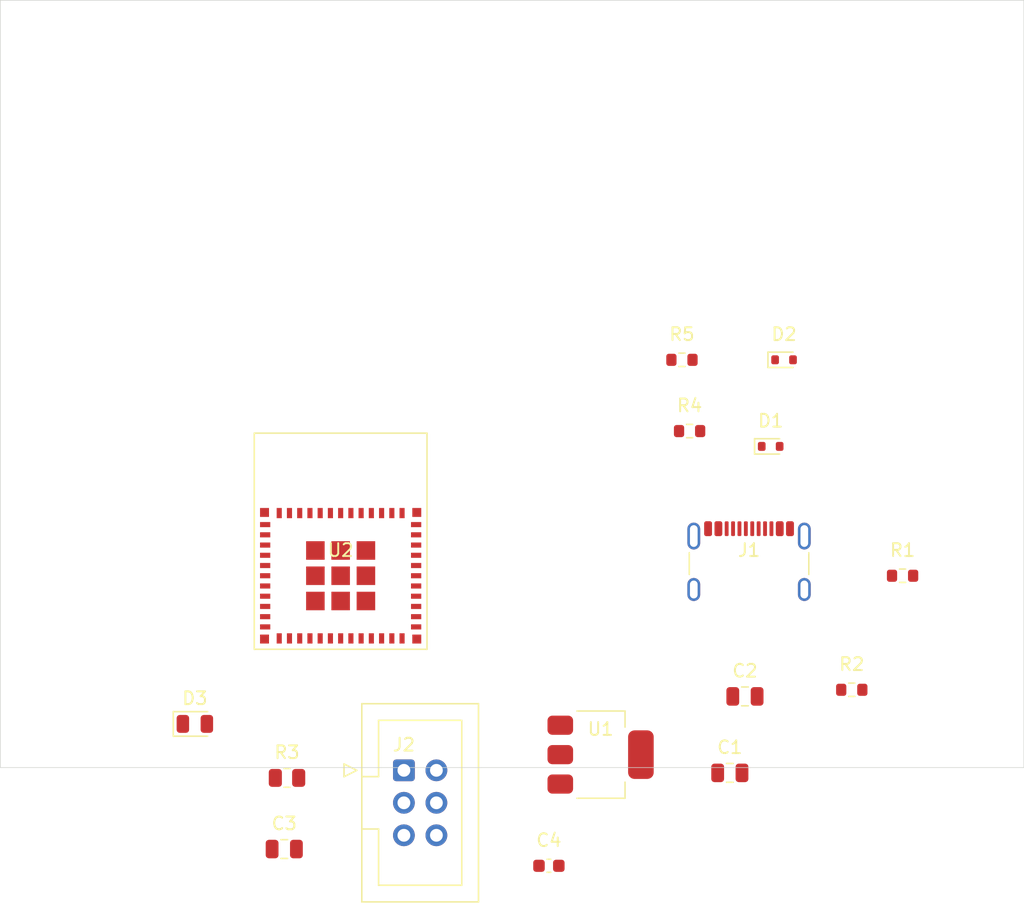
<source format=kicad_pcb>
(kicad_pcb (version 20241229) (generator "pcbnew") (generator_version "9.0")
  (layers (0 "F.Cu" signal) (2 "B.Cu" signal) (13 "F.Paste" user) (15 "B.Paste" user) (5 "F.SilkS" user "F.Silkscreen") (7 "B.SilkS" user "B.Silkscreen") (1 "F.Mask" user) (3 "B.Mask" user) (25 "Edge.Cuts" user))
  (net 0 "")
  (net 1 "GND")
  (net 2 "VBUS")
  (net 3 "N$1")
  (net 4 "N$2")
  (net 5 "USB_DM")
  (net 6 "USB_DP")
  (net 7 "VCC_3V3")
  (net 8 "DEBUG_EN")
  (net 9 "DEBUG_IO0")
  (net 10 "LED_CONTROL")
  (net 11 "DEBUG_TX")
  (net 12 "DEBUG_RX")
  (net 13 "USB_DP_MCU")
  (net 14 "USB_DM_MCU")
  (net 15 "N$3")
  (footprint "Package_TO_SOT_SMD:SOT-223-3_TabPin2" (layer "F.Cu") (at 46.917657912972686 58.99003932596955)
    (property "Reference" "U1" (at 0 -2 0) (layer "F.SilkS") (effects (font (size 1.0 1.0))))
    (property "Value" "")
    (fp_line (start -1.85 -3.41) (end 1.91 -3.41) (stroke (width 0.12)) (layer "F.SilkS"))
    (fp_line (start -1.85 3.41) (end 1.91 3.41) (stroke (width 0.12)) (layer "F.SilkS"))
    (fp_line (start 1.91 -3.41) (end 1.91 -2.15) (stroke (width 0.12)) (layer "F.SilkS"))
    (fp_line (start 1.91 3.41) (end 1.91 2.15) (stroke (width 0.12)) (layer "F.SilkS"))
    (pad "1" smd roundrect (at -3.15 -2.3) (size 2.0 1.5) (layers "F.Cu" "F.Mask" "F.Paste") (net 1 "GND"))
    (pad "2" smd roundrect (at -3.15 0.0) (size 2.0 1.5) (layers "F.Cu" "F.Mask" "F.Paste") (net 7 "VCC_3V3"))
    (pad "2" smd roundrect (at 3.15 0.0) (size 2.0 3.8) (layers "F.Cu" "F.Mask" "F.Paste") (net 7 "VCC_3V3"))
    (pad "3" smd roundrect (at -3.15 2.3) (size 2.0 1.5) (layers "F.Cu" "F.Mask" "F.Paste") (net 2 "VBUS"))
  )
  (footprint "Capacitor_SMD:C_0805_2012Metric" (layer "F.Cu") (at 58.20010170234195 54.43543952143958)
    (property "Reference" "C2" (at 0 -2 0) (layer "F.SilkS") (effects (font (size 1.0 1.0))))
    (property "Value" "10uF")
    (fp_line (start -0.261252 -0.735) (end 0.261252 -0.735) (stroke (width 0.12)) (layer "F.SilkS"))
    (fp_line (start -0.261252 0.735) (end 0.261252 0.735) (stroke (width 0.12)) (layer "F.SilkS"))
    (pad "1" smd roundrect (at -0.95 0.0) (size 1.0 1.45) (layers "F.Cu" "F.Mask" "F.Paste") (net 2 "VBUS"))
    (pad "2" smd roundrect (at 0.95 0.0) (size 1.0 1.45) (layers "F.Cu" "F.Mask" "F.Paste") (net 1 "GND"))
  )
  (footprint "Capacitor_SMD:C_0805_2012Metric" (layer "F.Cu") (at 22.19237515084938 66.3733690427256)
    (property "Reference" "C3" (at 0 -2 0) (layer "F.SilkS") (effects (font (size 1.0 1.0))))
    (property "Value" "22uF")
    (fp_line (start -0.261252 -0.735) (end 0.261252 -0.735) (stroke (width 0.12)) (layer "F.SilkS"))
    (fp_line (start -0.261252 0.735) (end 0.261252 0.735) (stroke (width 0.12)) (layer "F.SilkS"))
    (pad "1" smd roundrect (at -0.95 0.0) (size 1.0 1.45) (layers "F.Cu" "F.Mask" "F.Paste") (net 7 "VCC_3V3"))
    (pad "2" smd roundrect (at 0.95 0.0) (size 1.0 1.45) (layers "F.Cu" "F.Mask" "F.Paste") (net 1 "GND"))
  )
  (footprint "RF_Module:ESP32-C6-MINI-1" (layer "F.Cu") (at 26.599999999999998 45.0)
    (property "Reference" "U2" (at 0 -2 0) (layer "F.SilkS") (effects (font (size 1.0 1.0))))
    (property "Value" "")
    (fp_line (start -6.75 -11.15) (end 6.75 -11.15) (stroke (width 0.12)) (layer "F.SilkS"))
    (fp_line (start -6.75 5.75) (end -6.75 -11.15) (stroke (width 0.12)) (layer "F.SilkS"))
    (fp_line (start 6.75 -11.15) (end 6.75 5.75) (stroke (width 0.12)) (layer "F.SilkS"))
    (fp_line (start 6.75 5.75) (end -6.75 5.75) (stroke (width 0.12)) (layer "F.SilkS"))
    (pad "1" smd rect (at -5.9 -4.0) (size 0.8 0.4) (layers "F.Cu" "F.Mask" "F.Paste") (net 1 "GND"))
    (pad "2" smd rect (at -5.9 -3.2) (size 0.8 0.4) (layers "F.Cu" "F.Mask" "F.Paste") (net 1 "GND"))
    (pad "3" smd rect (at -5.9 -2.4) (size 0.8 0.4) (layers "F.Cu" "F.Mask" "F.Paste") (net 7 "VCC_3V3"))
    (pad "4" smd rect (at -5.9 -1.6) (size 0.8 0.4) (layers "F.Cu" "F.Mask" "F.Paste"))
    (pad "5" smd rect (at -5.9 -0.8) (size 0.8 0.4) (layers "F.Cu" "F.Mask" "F.Paste"))
    (pad "6" smd rect (at -5.9 0.0) (size 0.8 0.4) (layers "F.Cu" "F.Mask" "F.Paste"))
    (pad "7" smd rect (at -5.9 0.8) (size 0.8 0.4) (layers "F.Cu" "F.Mask" "F.Paste"))
    (pad "8" smd rect (at -5.9 1.6) (size 0.8 0.4) (layers "F.Cu" "F.Mask" "F.Paste") (net 8 "DEBUG_EN"))
    (pad "9" smd rect (at -5.9 2.4) (size 0.8 0.4) (layers "F.Cu" "F.Mask" "F.Paste"))
    (pad "10" smd rect (at -5.9 3.2) (size 0.8 0.4) (layers "F.Cu" "F.Mask" "F.Paste"))
    (pad "11" smd rect (at -5.9 4.0) (size 0.8 0.4) (layers "F.Cu" "F.Mask" "F.Paste") (net 1 "GND"))
    (pad "12" smd rect (at -4.8 4.9) (size 0.4 0.8) (layers "F.Cu" "F.Mask" "F.Paste") (net 9 "DEBUG_IO0"))
    (pad "13" smd rect (at -4.0 4.9) (size 0.4 0.8) (layers "F.Cu" "F.Mask" "F.Paste"))
    (pad "14" smd rect (at -3.2 4.9) (size 0.4 0.8) (layers "F.Cu" "F.Mask" "F.Paste") (net 1 "GND"))
    (pad "15" smd rect (at -2.4 4.9) (size 0.4 0.8) (layers "F.Cu" "F.Mask" "F.Paste"))
    (pad "16" smd rect (at -1.6 4.9) (size 0.4 0.8) (layers "F.Cu" "F.Mask" "F.Paste"))
    (pad "17" smd rect (at -0.8 4.9) (size 0.4 0.8) (layers "F.Cu" "F.Mask" "F.Paste"))
    (pad "18" smd rect (at 0.0 4.9) (size 0.4 0.8) (layers "F.Cu" "F.Mask" "F.Paste"))
    (pad "19" smd rect (at 0.8 4.9) (size 0.4 0.8) (layers "F.Cu" "F.Mask" "F.Paste"))
    (pad "20" smd rect (at 1.6 4.9) (size 0.4 0.8) (layers "F.Cu" "F.Mask" "F.Paste"))
    (pad "21" smd rect (at 2.4 4.9) (size 0.4 0.8) (layers "F.Cu" "F.Mask" "F.Paste"))
    (pad "22" smd rect (at 3.2 4.9) (size 0.4 0.8) (layers "F.Cu" "F.Mask" "F.Paste") (net 10 "LED_CONTROL"))
    (pad "23" smd rect (at 4.0 4.9) (size 0.4 0.8) (layers "F.Cu" "F.Mask" "F.Paste"))
    (pad "24" smd rect (at 4.8 4.9) (size 0.4 0.8) (layers "F.Cu" "F.Mask" "F.Paste") (net 13 "USB_DP_MCU"))
    (pad "25" smd rect (at 5.9 4.0) (size 0.8 0.4) (layers "F.Cu" "F.Mask" "F.Paste") (net 14 "USB_DM_MCU"))
    (pad "26" smd rect (at 5.9 3.2) (size 0.8 0.4) (layers "F.Cu" "F.Mask" "F.Paste"))
    (pad "27" smd rect (at 5.9 2.4) (size 0.8 0.4) (layers "F.Cu" "F.Mask" "F.Paste"))
    (pad "28" smd rect (at 5.9 1.6) (size 0.8 0.4) (layers "F.Cu" "F.Mask" "F.Paste"))
    (pad "29" smd rect (at 5.9 0.8) (size 0.8 0.4) (layers "F.Cu" "F.Mask" "F.Paste"))
    (pad "30" smd rect (at 5.9 0.0) (size 0.8 0.4) (layers "F.Cu" "F.Mask" "F.Paste") (net 12 "DEBUG_RX"))
    (pad "31" smd rect (at 5.9 -0.8) (size 0.8 0.4) (layers "F.Cu" "F.Mask" "F.Paste") (net 11 "DEBUG_TX"))
    (pad "32" smd rect (at 5.9 -1.6) (size 0.8 0.4) (layers "F.Cu" "F.Mask" "F.Paste"))
    (pad "33" smd rect (at 5.9 -2.4) (size 0.8 0.4) (layers "F.Cu" "F.Mask" "F.Paste"))
    (pad "34" smd rect (at 5.9 -3.2) (size 0.8 0.4) (layers "F.Cu" "F.Mask" "F.Paste"))
    (pad "35" smd rect (at 5.9 -4.0) (size 0.8 0.4) (layers "F.Cu" "F.Mask" "F.Paste"))
    (pad "36" smd rect (at 4.8 -4.9) (size 0.4 0.8) (layers "F.Cu" "F.Mask" "F.Paste") (net 1 "GND"))
    (pad "37" smd rect (at 4.0 -4.9) (size 0.4 0.8) (layers "F.Cu" "F.Mask" "F.Paste") (net 1 "GND"))
    (pad "38" smd rect (at 3.2 -4.9) (size 0.4 0.8) (layers "F.Cu" "F.Mask" "F.Paste") (net 1 "GND"))
    (pad "39" smd rect (at 2.4 -4.9) (size 0.4 0.8) (layers "F.Cu" "F.Mask" "F.Paste") (net 1 "GND"))
    (pad "40" smd rect (at 1.6 -4.9) (size 0.4 0.8) (layers "F.Cu" "F.Mask" "F.Paste") (net 1 "GND"))
    (pad "41" smd rect (at 0.8 -4.9) (size 0.4 0.8) (layers "F.Cu" "F.Mask" "F.Paste") (net 1 "GND"))
    (pad "42" smd rect (at 0.0 -4.9) (size 0.4 0.8) (layers "F.Cu" "F.Mask" "F.Paste") (net 1 "GND"))
    (pad "43" smd rect (at -0.8 -4.9) (size 0.4 0.8) (layers "F.Cu" "F.Mask" "F.Paste") (net 1 "GND"))
    (pad "44" smd rect (at -1.6 -4.9) (size 0.4 0.8) (layers "F.Cu" "F.Mask" "F.Paste") (net 1 "GND"))
    (pad "45" smd rect (at -2.4 -4.9) (size 0.4 0.8) (layers "F.Cu" "F.Mask" "F.Paste") (net 1 "GND"))
    (pad "46" smd rect (at -3.2 -4.9) (size 0.4 0.8) (layers "F.Cu" "F.Mask" "F.Paste") (net 1 "GND"))
    (pad "47" smd rect (at -4.0 -4.9) (size 0.4 0.8) (layers "F.Cu" "F.Mask" "F.Paste") (net 1 "GND"))
    (pad "48" smd rect (at -4.8 -4.9) (size 0.4 0.8) (layers "F.Cu" "F.Mask" "F.Paste") (net 1 "GND"))
    (pad "49" smd roundrect (at -1.975 -1.975) (size 1.45 1.45) (layers "F.Cu" "F.Mask" "F.Paste") (roundrect_rratio 0.0) (net 1 "GND") (property pad_prop_heatsink))
    (pad "49" smd rect (at -1.975 0.0) (size 1.45 1.45) (layers "F.Cu" "F.Mask" "F.Paste") (net 1 "GND") (property pad_prop_heatsink))
    (pad "49" smd rect (at -1.975 1.975) (size 1.45 1.45) (layers "F.Cu" "F.Mask" "F.Paste") (net 1 "GND") (property pad_prop_heatsink))
    (pad "49" smd rect (at 0.0 -1.975) (size 1.45 1.45) (layers "F.Cu" "F.Mask" "F.Paste") (net 1 "GND") (property pad_prop_heatsink))
    (pad "49" smd rect (size 1.45 1.45) (layers "F.Cu" "F.Mask" "F.Paste") (net 1 "GND") (property pad_prop_heatsink))
    (pad "49" smd rect (at 0.0 1.975) (size 1.45 1.45) (layers "F.Cu" "F.Mask" "F.Paste") (net 1 "GND") (property pad_prop_heatsink))
    (pad "49" smd rect (at 1.975 -1.975) (size 1.45 1.45) (layers "F.Cu" "F.Mask" "F.Paste") (net 1 "GND") (property pad_prop_heatsink))
    (pad "49" smd rect (at 1.975 0.0) (size 1.45 1.45) (layers "F.Cu" "F.Mask" "F.Paste") (net 1 "GND") (property pad_prop_heatsink))
    (pad "49" smd rect (at 1.975 1.975) (size 1.45 1.45) (layers "F.Cu" "F.Mask" "F.Paste") (net 1 "GND") (property pad_prop_heatsink))
    (pad "50" smd rect (at 5.95 -4.95) (size 0.7 0.7) (layers "F.Cu" "F.Mask" "F.Paste") (net 1 "GND"))
    (pad "51" smd rect (at 5.95 4.95) (size 0.7 0.7) (layers "F.Cu" "F.Mask" "F.Paste") (net 1 "GND"))
    (pad "52" smd rect (at -5.95 4.95) (size 0.7 0.7) (layers "F.Cu" "F.Mask" "F.Paste") (net 1 "GND"))
    (pad "53" smd rect (at -5.95 -4.95) (size 0.7 0.7) (layers "F.Cu" "F.Mask" "F.Paste") (net 1 "GND"))
  )
  (footprint "Capacitor_SMD:C_0603_1608Metric" (layer "F.Cu") (at 42.87654872950142 67.68263060453839)
    (property "Reference" "C4" (at 0 -2 0) (layer "F.SilkS") (effects (font (size 1.0 1.0))))
    (property "Value" "100nF")
    (fp_line (start -0.14058 -0.51) (end 0.14058 -0.51) (stroke (width 0.12)) (layer "F.SilkS"))
    (fp_line (start -0.14058 0.51) (end 0.14058 0.51) (stroke (width 0.12)) (layer "F.SilkS"))
    (pad "1" smd roundrect (at -0.775 0.0) (size 0.9 0.95) (layers "F.Cu" "F.Mask" "F.Paste") (net 7 "VCC_3V3"))
    (pad "2" smd roundrect (at 0.775 0.0) (size 0.9 0.95) (layers "F.Cu" "F.Mask" "F.Paste") (net 1 "GND"))
  )
  (footprint "Resistor_SMD:R_0603_1608Metric" (layer "F.Cu") (at 53.873708498984755 33.68629150101523)
    (property "Reference" "R4" (at 0 -2 0) (layer "F.SilkS") (effects (font (size 1.0 1.0))))
    (property "Value" "22")
    (fp_line (start -0.237258 -0.5225) (end 0.237258 -0.5225) (stroke (width 0.12)) (layer "F.SilkS"))
    (fp_line (start -0.237258 0.5225) (end 0.237258 0.5225) (stroke (width 0.12)) (layer "F.SilkS"))
    (pad "1" smd roundrect (at -0.825 0.0) (size 0.8 0.95) (layers "F.Cu" "F.Mask" "F.Paste") (net 6 "USB_DP"))
    (pad "2" smd roundrect (at 0.825 0.0) (size 0.8 0.95) (layers "F.Cu" "F.Mask" "F.Paste") (net 13 "USB_DP_MCU"))
  )
  (footprint "Resistor_SMD:R_0603_1608Metric" (layer "F.Cu") (at 53.276535899579926 28.1134414899597)
    (property "Reference" "R5" (at 0 -2 0) (layer "F.SilkS") (effects (font (size 1.0 1.0))))
    (property "Value" "22")
    (fp_line (start -0.237258 -0.5225) (end 0.237258 -0.5225) (stroke (width 0.12)) (layer "F.SilkS"))
    (fp_line (start -0.237258 0.5225) (end 0.237258 0.5225) (stroke (width 0.12)) (layer "F.SilkS"))
    (pad "1" smd roundrect (at -0.825 0.0) (size 0.8 0.95) (layers "F.Cu" "F.Mask" "F.Paste") (net 5 "USB_DM"))
    (pad "2" smd roundrect (at 0.825 0.0) (size 0.8 0.95) (layers "F.Cu" "F.Mask" "F.Paste") (net 14 "USB_DM_MCU"))
  )
  (footprint "Connector_IDC:IDC-Header_2x03_P2.54mm_Vertical" (layer "F.Cu") (at 31.54427190999916 60.21690426072246)
    (property "Reference" "J2" (at 0 -2 0) (layer "F.SilkS") (effects (font (size 1.0 1.0))))
    (property "Value" "")
    (fp_line (start -4.68 -0.5) (end -4.68 0.5) (stroke (width 0.12)) (layer "F.SilkS"))
    (fp_line (start -4.68 0.5) (end -3.68 0.0) (stroke (width 0.12)) (layer "F.SilkS"))
    (fp_line (start -3.68 0.0) (end -4.68 -0.5) (stroke (width 0.12)) (layer "F.SilkS"))
    (fp_line (start -3.29 -5.21) (end 5.83 -5.21) (stroke (width 0.12)) (layer "F.SilkS"))
    (fp_line (start -3.29 0.49) (end -1.98 0.49) (stroke (width 0.12)) (layer "F.SilkS"))
    (fp_line (start -3.29 10.29) (end -3.29 -5.21) (stroke (width 0.12)) (layer "F.SilkS"))
    (fp_line (start -1.98 -3.91) (end 4.52 -3.91) (stroke (width 0.12)) (layer "F.SilkS"))
    (fp_line (start -1.98 0.49) (end -1.98 -3.91) (stroke (width 0.12)) (layer "F.SilkS"))
    (fp_line (start -1.98 4.59) (end -3.29 4.59) (stroke (width 0.12)) (layer "F.SilkS"))
    (fp_line (start -1.98 4.59) (end -1.98 4.59) (stroke (width 0.12)) (layer "F.SilkS"))
    (fp_line (start -1.98 8.99) (end -1.98 4.59) (stroke (width 0.12)) (layer "F.SilkS"))
    (fp_line (start 4.52 -3.91) (end 4.52 8.99) (stroke (width 0.12)) (layer "F.SilkS"))
    (fp_line (start 4.52 8.99) (end -1.98 8.99) (stroke (width 0.12)) (layer "F.SilkS"))
    (fp_line (start 5.83 -5.21) (end 5.83 10.29) (stroke (width 0.12)) (layer "F.SilkS"))
    (fp_line (start 5.83 10.29) (end -3.29 10.29) (stroke (width 0.12)) (layer "F.SilkS"))
    (pad "1" thru_hole roundrect (size 1.7 1.7) (layers "*.Cu" "*.Mask") (drill 1.0) (roundrect_rratio 0.147059) (net 8 "DEBUG_EN"))
    (pad "2" thru_hole circle (at 2.54 0.0) (size 1.7 1.7) (layers "*.Cu" "*.Mask") (drill 1.0) (net 7 "VCC_3V3"))
    (pad "3" thru_hole circle (at 0.0 2.54) (size 1.7 1.7) (layers "*.Cu" "*.Mask") (drill 1.0) (net 11 "DEBUG_TX"))
    (pad "4" thru_hole circle (at 2.54 2.54) (size 1.7 1.7) (layers "*.Cu" "*.Mask") (drill 1.0) (net 1 "GND"))
    (pad "5" thru_hole circle (at 0.0 5.08) (size 1.7 1.7) (layers "*.Cu" "*.Mask") (drill 1.0) (net 12 "DEBUG_RX"))
    (pad "6" thru_hole circle (at 2.54 5.08) (size 1.7 1.7) (layers "*.Cu" "*.Mask") (drill 1.0) (net 9 "DEBUG_IO0"))
  )
  (footprint "LED_SMD:LED_0805_2012Metric" (layer "F.Cu") (at 15.205774702962529 56.58625563178502)
    (property "Reference" "D3" (at 0 -2 0) (layer "F.SilkS") (effects (font (size 1.0 1.0))))
    (property "Value" "")
    (fp_line (start -1.685 -0.96) (end -1.685 0.96) (stroke (width 0.12)) (layer "F.SilkS"))
    (fp_line (start -1.685 0.96) (end 1.0 0.96) (stroke (width 0.12)) (layer "F.SilkS"))
    (fp_line (start 1.0 -0.96) (end -1.685 -0.96) (stroke (width 0.12)) (layer "F.SilkS"))
    (pad "1" smd roundrect (at -0.9375 0.0) (size 0.975 1.4) (layers "F.Cu" "F.Mask" "F.Paste") (net 10 "LED_CONTROL"))
    (pad "2" smd roundrect (at 0.9375 0.0) (size 0.975 1.4) (layers "F.Cu" "F.Mask" "F.Paste") (net 15 "N$3"))
  )
  (footprint "Resistor_SMD:R_0805_2012Metric" (layer "F.Cu") (at 22.407079123690085 60.810020209876484)
    (property "Reference" "R3" (at 0 -2 0) (layer "F.SilkS") (effects (font (size 1.0 1.0))))
    (property "Value" "330")
    (fp_line (start -0.227064 -0.735) (end 0.227064 -0.735) (stroke (width 0.12)) (layer "F.SilkS"))
    (fp_line (start -0.227064 0.735) (end 0.227064 0.735) (stroke (width 0.12)) (layer "F.SilkS"))
    (pad "1" smd roundrect (at -0.9125 0.0) (size 1.025 1.4) (layers "F.Cu" "F.Mask" "F.Paste") (roundrect_rratio 0.243902) (net 7 "VCC_3V3"))
    (pad "2" smd roundrect (at 0.9125 0.0) (size 1.025 1.4) (layers "F.Cu" "F.Mask" "F.Paste") (roundrect_rratio 0.243902) (net 15 "N$3"))
  )
  (footprint "Connector_USB:USB_C_Receptacle_GCT_USB4105-xx-A_16P_TopMnt_Horizontal" (layer "F.Cu") (at 58.519999999999996 45.0)
    (property "Reference" "J1" (at 0 -2 0) (layer "F.SilkS") (effects (font (size 1.0 1.0))))
    (property "Value" "")
    (fp_line (start -4.67 -0.1) (end -4.67 -1.8) (stroke (width 0.12)) (layer "F.SilkS"))
    (fp_line (start 4.67 -0.1) (end 4.67 -1.8) (stroke (width 0.12)) (layer "F.SilkS"))
    (pad "" np_thru_hole circle (at -2.89 -2.605) (size 0.65 0.65) (layers "F&B.Cu" "*.Mask") (drill 0.65))
    (pad "" np_thru_hole circle (at 2.89 -2.605) (size 0.65 0.65) (layers "F&B.Cu" "*.Mask") (drill 0.65))
    (pad "A1" smd roundrect (at -3.2 -3.68) (size 0.6 1.15) (layers "F.Cu" "F.Mask" "F.Paste") (net 1 "GND"))
    (pad "A4" smd roundrect (at -2.4 -3.68) (size 0.6 1.15) (layers "F.Cu" "F.Mask" "F.Paste") (net 2 "VBUS"))
    (pad "A5" smd roundrect (at -1.25 -3.68) (size 0.3 1.15) (layers "F.Cu" "F.Mask" "F.Paste") (net 3 "N$1"))
    (pad "A6" smd roundrect (at -0.25 -3.68) (size 0.3 1.15) (layers "F.Cu" "F.Mask" "F.Paste") (net 6 "USB_DP"))
    (pad "A7" smd roundrect (at 0.25 -3.68) (size 0.3 1.15) (layers "F.Cu" "F.Mask" "F.Paste") (net 5 "USB_DM"))
    (pad "A8" smd roundrect (at 1.25 -3.68) (size 0.3 1.15) (layers "F.Cu" "F.Mask" "F.Paste"))
    (pad "A9" smd roundrect (at 2.4 -3.68) (size 0.6 1.15) (layers "F.Cu" "F.Mask" "F.Paste") (net 2 "VBUS"))
    (pad "A12" smd roundrect (at 3.2 -3.68) (size 0.6 1.15) (layers "F.Cu" "F.Mask" "F.Paste") (net 1 "GND"))
    (pad "B1" smd roundrect (at 3.2 -3.68) (size 0.6 1.15) (layers "F.Cu" "F.Mask" "F.Paste") (net 1 "GND"))
    (pad "B4" smd roundrect (at 2.4 -3.68) (size 0.6 1.15) (layers "F.Cu" "F.Mask" "F.Paste") (net 2 "VBUS"))
    (pad "B5" smd roundrect (at 1.75 -3.68) (size 0.3 1.15) (layers "F.Cu" "F.Mask" "F.Paste") (net 4 "N$2"))
    (pad "B6" smd roundrect (at 0.75 -3.68) (size 0.3 1.15) (layers "F.Cu" "F.Mask" "F.Paste") (net 6 "USB_DP"))
    (pad "B7" smd roundrect (at -0.75 -3.68) (size 0.3 1.15) (layers "F.Cu" "F.Mask" "F.Paste") (net 5 "USB_DM"))
    (pad "B8" smd roundrect (at -1.75 -3.68) (size 0.3 1.15) (layers "F.Cu" "F.Mask" "F.Paste"))
    (pad "B9" smd roundrect (at -2.4 -3.68) (size 0.6 1.15) (layers "F.Cu" "F.Mask" "F.Paste") (net 2 "VBUS"))
    (pad "B12" smd roundrect (at -3.2 -3.68) (size 0.6 1.15) (layers "F.Cu" "F.Mask" "F.Paste") (net 1 "GND"))
    (pad "S1" thru_hole oval (at -4.32 -3.105) (size 1.0 2.1) (layers "*.Cu" "*.Mask" "F.Paste") (drill oval 0.6 1.7) (net 1 "GND") (property pad_prop_heatsink))
    (pad "S1" thru_hole oval (at -4.32 1.075) (size 1.0 1.8) (layers "*.Cu" "*.Mask" "F.Paste") (drill oval 0.6 1.4) (net 1 "GND") (property pad_prop_heatsink))
    (pad "S1" thru_hole oval (at 4.32 -3.105) (size 1.0 2.1) (layers "*.Cu" "*.Mask" "F.Paste") (drill oval 0.6 1.7) (net 1 "GND") (property pad_prop_heatsink))
    (pad "S1" thru_hole oval (at 4.32 1.075) (size 1.0 1.8) (layers "*.Cu" "*.Mask" "F.Paste") (drill oval 0.6 1.4) (net 1 "GND") (property pad_prop_heatsink))
  )
  (footprint "Resistor_SMD:R_0603_1608Metric" (layer "F.Cu") (at 70.52 45.0)
    (property "Reference" "R1" (at 0 -2 0) (layer "F.SilkS") (effects (font (size 1.0 1.0))))
    (property "Value" "5.1k")
    (fp_line (start -0.237258 -0.5225) (end 0.237258 -0.5225) (stroke (width 0.12)) (layer "F.SilkS"))
    (fp_line (start -0.237258 0.5225) (end 0.237258 0.5225) (stroke (width 0.12)) (layer "F.SilkS"))
    (pad "1" smd roundrect (at -0.825 0.0) (size 0.8 0.95) (layers "F.Cu" "F.Mask" "F.Paste") (net 3 "N$1"))
    (pad "2" smd roundrect (at 0.825 0.0) (size 0.8 0.95) (layers "F.Cu" "F.Mask" "F.Paste") (net 1 "GND"))
  )
  (footprint "Resistor_SMD:R_0603_1608Metric" (layer "F.Cu") (at 66.54956727630629 53.91773790572873)
    (property "Reference" "R2" (at 0 -2 0) (layer "F.SilkS") (effects (font (size 1.0 1.0))))
    (property "Value" "5.1k")
    (fp_line (start -0.237258 -0.5225) (end 0.237258 -0.5225) (stroke (width 0.12)) (layer "F.SilkS"))
    (fp_line (start -0.237258 0.5225) (end 0.237258 0.5225) (stroke (width 0.12)) (layer "F.SilkS"))
    (pad "1" smd roundrect (at -0.825 0.0) (size 0.8 0.95) (layers "F.Cu" "F.Mask" "F.Paste") (net 4 "N$2"))
    (pad "2" smd roundrect (at 0.825 0.0) (size 0.8 0.95) (layers "F.Cu" "F.Mask" "F.Paste") (net 1 "GND"))
  )
  (footprint "Diode_SMD:D_SOD-523" (layer "F.Cu") (at 60.21163788764552 34.88427679764325)
    (property "Reference" "D1" (at 0 -2 0) (layer "F.SilkS") (effects (font (size 1.0 1.0))))
    (property "Value" "")
    (fp_line (start -1.26 -0.6) (end -1.26 0.6) (stroke (width 0.12)) (layer "F.SilkS"))
    (fp_line (start 0.7 -0.6) (end -1.26 -0.6) (stroke (width 0.12)) (layer "F.SilkS"))
    (fp_line (start 0.7 0.6) (end -1.26 0.6) (stroke (width 0.12)) (layer "F.SilkS"))
    (pad "1" smd roundrect (at -0.7 0.0) (size 0.6 0.7) (layers "F.Cu" "F.Mask" "F.Paste") (net 6 "USB_DP"))
    (pad "2" smd roundrect (at 0.7 0.0) (size 0.6 0.7) (layers "F.Cu" "F.Mask" "F.Paste") (net 1 "GND"))
  )
  (footprint "Diode_SMD:D_SOD-523" (layer "F.Cu") (at 61.25653589957993 28.113441489959698)
    (property "Reference" "D2" (at 0 -2 0) (layer "F.SilkS") (effects (font (size 1.0 1.0))))
    (property "Value" "")
    (fp_line (start -1.26 -0.6) (end -1.26 0.6) (stroke (width 0.12)) (layer "F.SilkS"))
    (fp_line (start 0.7 -0.6) (end -1.26 -0.6) (stroke (width 0.12)) (layer "F.SilkS"))
    (fp_line (start 0.7 0.6) (end -1.26 0.6) (stroke (width 0.12)) (layer "F.SilkS"))
    (pad "1" smd roundrect (at -0.7 0.0) (size 0.6 0.7) (layers "F.Cu" "F.Mask" "F.Paste") (net 5 "USB_DM"))
    (pad "2" smd roundrect (at 0.7 0.0) (size 0.6 0.7) (layers "F.Cu" "F.Mask" "F.Paste") (net 1 "GND"))
  )
  (footprint "Capacitor_SMD:C_0805_2012Metric" (layer "F.Cu") (at 57.01805582677112 60.4169450794976)
    (property "Reference" "C1" (at 0 -2 0) (layer "F.SilkS") (effects (font (size 1.0 1.0))))
    (property "Value" "10uF")
    (fp_line (start -0.261252 -0.735) (end 0.261252 -0.735) (stroke (width 0.12)) (layer "F.SilkS"))
    (fp_line (start -0.261252 0.735) (end 0.261252 0.735) (stroke (width 0.12)) (layer "F.SilkS"))
    (pad "1" smd roundrect (at -0.95 0.0) (size 1.0 1.45) (layers "F.Cu" "F.Mask" "F.Paste") (net 2 "VBUS"))
    (pad "2" smd roundrect (at 0.95 0.0) (size 1.0 1.45) (layers "F.Cu" "F.Mask" "F.Paste") (net 1 "GND"))
  )
  (gr_rect (start 0 0) (end 80.0 60.0) (stroke (width 0.05)) (fill no) (layer "Edge.Cuts"))
)
</source>
